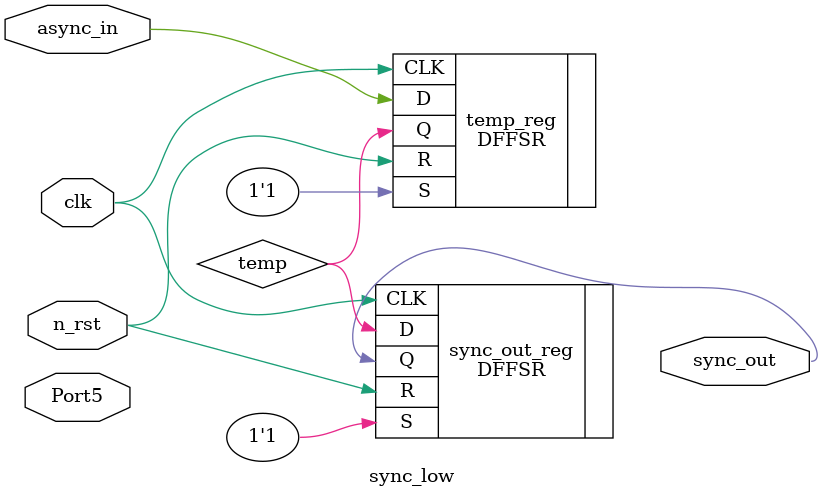
<source format=v>


module sync_low ( clk, n_rst, async_in, sync_out, Port5 );
  input clk, n_rst, async_in, Port5;
  output sync_out;
  wire   temp;

  DFFSR temp_reg ( .D(async_in), .CLK(clk), .R(n_rst), .S(1'b1), .Q(temp) );
  DFFSR sync_out_reg ( .D(temp), .CLK(clk), .R(n_rst), .S(1'b1), .Q(sync_out)
         );
endmodule


</source>
